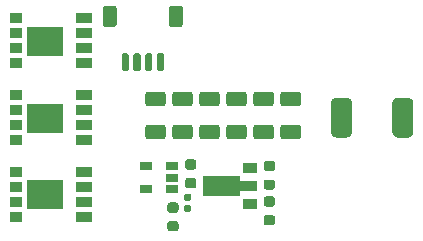
<source format=gbr>
%TF.GenerationSoftware,KiCad,Pcbnew,(5.1.6-0-10_14)*%
%TF.CreationDate,2021-03-14T15:43:45-04:00*%
%TF.ProjectId,F051_ESC,46303531-5f45-4534-932e-6b696361645f,rev?*%
%TF.SameCoordinates,Original*%
%TF.FileFunction,Paste,Top*%
%TF.FilePolarity,Positive*%
%FSLAX46Y46*%
G04 Gerber Fmt 4.6, Leading zero omitted, Abs format (unit mm)*
G04 Created by KiCad (PCBNEW (5.1.6-0-10_14)) date 2021-03-14 15:43:45*
%MOMM*%
%LPD*%
G01*
G04 APERTURE LIST*
%ADD10C,0.010000*%
%ADD11C,0.100000*%
%ADD12R,1.300000X0.900000*%
%ADD13R,1.060000X0.650000*%
%ADD14R,1.050000X0.850000*%
%ADD15R,1.450000X0.850000*%
G04 APERTURE END LIST*
D10*
%TO.C,Q6*%
G36*
X229440000Y-74686000D02*
G01*
X226460000Y-74686000D01*
X226460000Y-72314000D01*
X229440000Y-72314000D01*
X229440000Y-74686000D01*
G37*
X229440000Y-74686000D02*
X226460000Y-74686000D01*
X226460000Y-72314000D01*
X229440000Y-72314000D01*
X229440000Y-74686000D01*
%TO.C,Q4*%
G36*
X229440000Y-81186000D02*
G01*
X226460000Y-81186000D01*
X226460000Y-78814000D01*
X229440000Y-78814000D01*
X229440000Y-81186000D01*
G37*
X229440000Y-81186000D02*
X226460000Y-81186000D01*
X226460000Y-78814000D01*
X229440000Y-78814000D01*
X229440000Y-81186000D01*
%TO.C,Q2*%
G36*
X229440000Y-87686000D02*
G01*
X226460000Y-87686000D01*
X226460000Y-85314000D01*
X229440000Y-85314000D01*
X229440000Y-87686000D01*
G37*
X229440000Y-87686000D02*
X226460000Y-87686000D01*
X226460000Y-85314000D01*
X229440000Y-85314000D01*
X229440000Y-87686000D01*
%TD*%
%TO.C,R1*%
G36*
G01*
X253980000Y-78750000D02*
X253980000Y-81250000D01*
G75*
G02*
X253530000Y-81700000I-450000J0D01*
G01*
X252630000Y-81700000D01*
G75*
G02*
X252180000Y-81250000I0J450000D01*
G01*
X252180000Y-78750000D01*
G75*
G02*
X252630000Y-78300000I450000J0D01*
G01*
X253530000Y-78300000D01*
G75*
G02*
X253980000Y-78750000I0J-450000D01*
G01*
G37*
G36*
G01*
X259180000Y-78750000D02*
X259180000Y-81250000D01*
G75*
G02*
X258730000Y-81700000I-450000J0D01*
G01*
X257830000Y-81700000D01*
G75*
G02*
X257380000Y-81250000I0J450000D01*
G01*
X257380000Y-78750000D01*
G75*
G02*
X257830000Y-78300000I450000J0D01*
G01*
X258730000Y-78300000D01*
G75*
G02*
X259180000Y-78750000I0J-450000D01*
G01*
G37*
%TD*%
%TO.C,J2*%
G36*
G01*
X234070000Y-70784600D02*
X234070000Y-72085400D01*
G75*
G02*
X233820400Y-72335000I-249600J0D01*
G01*
X233119600Y-72335000D01*
G75*
G02*
X232870000Y-72085400I0J249600D01*
G01*
X232870000Y-70784600D01*
G75*
G02*
X233119600Y-70535000I249600J0D01*
G01*
X233820400Y-70535000D01*
G75*
G02*
X234070000Y-70784600I0J-249600D01*
G01*
G37*
G36*
G01*
X239670000Y-70784600D02*
X239670000Y-72085400D01*
G75*
G02*
X239420400Y-72335000I-249600J0D01*
G01*
X238719600Y-72335000D01*
G75*
G02*
X238470000Y-72085400I0J249600D01*
G01*
X238470000Y-70784600D01*
G75*
G02*
X238719600Y-70535000I249600J0D01*
G01*
X239420400Y-70535000D01*
G75*
G02*
X239670000Y-70784600I0J-249600D01*
G01*
G37*
G36*
G01*
X235070000Y-74685000D02*
X235070000Y-75935000D01*
G75*
G02*
X234920000Y-76085000I-150000J0D01*
G01*
X234620000Y-76085000D01*
G75*
G02*
X234470000Y-75935000I0J150000D01*
G01*
X234470000Y-74685000D01*
G75*
G02*
X234620000Y-74535000I150000J0D01*
G01*
X234920000Y-74535000D01*
G75*
G02*
X235070000Y-74685000I0J-150000D01*
G01*
G37*
G36*
G01*
X236070000Y-74685000D02*
X236070000Y-75935000D01*
G75*
G02*
X235920000Y-76085000I-150000J0D01*
G01*
X235620000Y-76085000D01*
G75*
G02*
X235470000Y-75935000I0J150000D01*
G01*
X235470000Y-74685000D01*
G75*
G02*
X235620000Y-74535000I150000J0D01*
G01*
X235920000Y-74535000D01*
G75*
G02*
X236070000Y-74685000I0J-150000D01*
G01*
G37*
G36*
G01*
X237070000Y-74685000D02*
X237070000Y-75935000D01*
G75*
G02*
X236920000Y-76085000I-150000J0D01*
G01*
X236620000Y-76085000D01*
G75*
G02*
X236470000Y-75935000I0J150000D01*
G01*
X236470000Y-74685000D01*
G75*
G02*
X236620000Y-74535000I150000J0D01*
G01*
X236920000Y-74535000D01*
G75*
G02*
X237070000Y-74685000I0J-150000D01*
G01*
G37*
G36*
G01*
X238070000Y-74685000D02*
X238070000Y-75935000D01*
G75*
G02*
X237920000Y-76085000I-150000J0D01*
G01*
X237620000Y-76085000D01*
G75*
G02*
X237470000Y-75935000I0J150000D01*
G01*
X237470000Y-74685000D01*
G75*
G02*
X237620000Y-74535000I150000J0D01*
G01*
X237920000Y-74535000D01*
G75*
G02*
X238070000Y-74685000I0J-150000D01*
G01*
G37*
%TD*%
D11*
%TO.C,U3*%
G36*
X241350000Y-84913500D02*
G01*
X244475000Y-84913500D01*
X244475000Y-85330000D01*
X245950000Y-85330000D01*
X245950000Y-86230000D01*
X244475000Y-86230000D01*
X244475000Y-86646500D01*
X241350000Y-86646500D01*
X241350000Y-84913500D01*
G37*
D12*
X245300000Y-84280000D03*
X245300000Y-87280000D03*
%TD*%
%TO.C,C5*%
G36*
G01*
X247236250Y-87550000D02*
X246723750Y-87550000D01*
G75*
G02*
X246505000Y-87331250I0J218750D01*
G01*
X246505000Y-86893750D01*
G75*
G02*
X246723750Y-86675000I218750J0D01*
G01*
X247236250Y-86675000D01*
G75*
G02*
X247455000Y-86893750I0J-218750D01*
G01*
X247455000Y-87331250D01*
G75*
G02*
X247236250Y-87550000I-218750J0D01*
G01*
G37*
G36*
G01*
X247236250Y-89125000D02*
X246723750Y-89125000D01*
G75*
G02*
X246505000Y-88906250I0J218750D01*
G01*
X246505000Y-88468750D01*
G75*
G02*
X246723750Y-88250000I218750J0D01*
G01*
X247236250Y-88250000D01*
G75*
G02*
X247455000Y-88468750I0J-218750D01*
G01*
X247455000Y-88906250D01*
G75*
G02*
X247236250Y-89125000I-218750J0D01*
G01*
G37*
%TD*%
%TO.C,C4*%
G36*
G01*
X246723750Y-85240000D02*
X247236250Y-85240000D01*
G75*
G02*
X247455000Y-85458750I0J-218750D01*
G01*
X247455000Y-85896250D01*
G75*
G02*
X247236250Y-86115000I-218750J0D01*
G01*
X246723750Y-86115000D01*
G75*
G02*
X246505000Y-85896250I0J218750D01*
G01*
X246505000Y-85458750D01*
G75*
G02*
X246723750Y-85240000I218750J0D01*
G01*
G37*
G36*
G01*
X246723750Y-83665000D02*
X247236250Y-83665000D01*
G75*
G02*
X247455000Y-83883750I0J-218750D01*
G01*
X247455000Y-84321250D01*
G75*
G02*
X247236250Y-84540000I-218750J0D01*
G01*
X246723750Y-84540000D01*
G75*
G02*
X246505000Y-84321250I0J218750D01*
G01*
X246505000Y-83883750D01*
G75*
G02*
X246723750Y-83665000I218750J0D01*
G01*
G37*
%TD*%
D13*
%TO.C,U4*%
X236540000Y-86030000D03*
X236540000Y-84130000D03*
X238740000Y-84130000D03*
X238740000Y-85080000D03*
X238740000Y-86030000D03*
%TD*%
%TO.C,C24*%
G36*
G01*
X238553750Y-88760000D02*
X239066250Y-88760000D01*
G75*
G02*
X239285000Y-88978750I0J-218750D01*
G01*
X239285000Y-89416250D01*
G75*
G02*
X239066250Y-89635000I-218750J0D01*
G01*
X238553750Y-89635000D01*
G75*
G02*
X238335000Y-89416250I0J218750D01*
G01*
X238335000Y-88978750D01*
G75*
G02*
X238553750Y-88760000I218750J0D01*
G01*
G37*
G36*
G01*
X238553750Y-87185000D02*
X239066250Y-87185000D01*
G75*
G02*
X239285000Y-87403750I0J-218750D01*
G01*
X239285000Y-87841250D01*
G75*
G02*
X239066250Y-88060000I-218750J0D01*
G01*
X238553750Y-88060000D01*
G75*
G02*
X238335000Y-87841250I0J218750D01*
G01*
X238335000Y-87403750D01*
G75*
G02*
X238553750Y-87185000I218750J0D01*
G01*
G37*
%TD*%
%TO.C,C23*%
G36*
G01*
X240232500Y-87030000D02*
X239887500Y-87030000D01*
G75*
G02*
X239740000Y-86882500I0J147500D01*
G01*
X239740000Y-86587500D01*
G75*
G02*
X239887500Y-86440000I147500J0D01*
G01*
X240232500Y-86440000D01*
G75*
G02*
X240380000Y-86587500I0J-147500D01*
G01*
X240380000Y-86882500D01*
G75*
G02*
X240232500Y-87030000I-147500J0D01*
G01*
G37*
G36*
G01*
X240232500Y-88000000D02*
X239887500Y-88000000D01*
G75*
G02*
X239740000Y-87852500I0J147500D01*
G01*
X239740000Y-87557500D01*
G75*
G02*
X239887500Y-87410000I147500J0D01*
G01*
X240232500Y-87410000D01*
G75*
G02*
X240380000Y-87557500I0J-147500D01*
G01*
X240380000Y-87852500D01*
G75*
G02*
X240232500Y-88000000I-147500J0D01*
G01*
G37*
%TD*%
%TO.C,C22*%
G36*
G01*
X240063750Y-85110000D02*
X240576250Y-85110000D01*
G75*
G02*
X240795000Y-85328750I0J-218750D01*
G01*
X240795000Y-85766250D01*
G75*
G02*
X240576250Y-85985000I-218750J0D01*
G01*
X240063750Y-85985000D01*
G75*
G02*
X239845000Y-85766250I0J218750D01*
G01*
X239845000Y-85328750D01*
G75*
G02*
X240063750Y-85110000I218750J0D01*
G01*
G37*
G36*
G01*
X240063750Y-83535000D02*
X240576250Y-83535000D01*
G75*
G02*
X240795000Y-83753750I0J-218750D01*
G01*
X240795000Y-84191250D01*
G75*
G02*
X240576250Y-84410000I-218750J0D01*
G01*
X240063750Y-84410000D01*
G75*
G02*
X239845000Y-84191250I0J218750D01*
G01*
X239845000Y-83753750D01*
G75*
G02*
X240063750Y-83535000I218750J0D01*
G01*
G37*
%TD*%
%TO.C,C21*%
G36*
G01*
X249405000Y-79045000D02*
X248155000Y-79045000D01*
G75*
G02*
X247905000Y-78795000I0J250000D01*
G01*
X247905000Y-78045000D01*
G75*
G02*
X248155000Y-77795000I250000J0D01*
G01*
X249405000Y-77795000D01*
G75*
G02*
X249655000Y-78045000I0J-250000D01*
G01*
X249655000Y-78795000D01*
G75*
G02*
X249405000Y-79045000I-250000J0D01*
G01*
G37*
G36*
G01*
X249405000Y-81845000D02*
X248155000Y-81845000D01*
G75*
G02*
X247905000Y-81595000I0J250000D01*
G01*
X247905000Y-80845000D01*
G75*
G02*
X248155000Y-80595000I250000J0D01*
G01*
X249405000Y-80595000D01*
G75*
G02*
X249655000Y-80845000I0J-250000D01*
G01*
X249655000Y-81595000D01*
G75*
G02*
X249405000Y-81845000I-250000J0D01*
G01*
G37*
%TD*%
%TO.C,C20*%
G36*
G01*
X237955000Y-79045000D02*
X236705000Y-79045000D01*
G75*
G02*
X236455000Y-78795000I0J250000D01*
G01*
X236455000Y-78045000D01*
G75*
G02*
X236705000Y-77795000I250000J0D01*
G01*
X237955000Y-77795000D01*
G75*
G02*
X238205000Y-78045000I0J-250000D01*
G01*
X238205000Y-78795000D01*
G75*
G02*
X237955000Y-79045000I-250000J0D01*
G01*
G37*
G36*
G01*
X237955000Y-81845000D02*
X236705000Y-81845000D01*
G75*
G02*
X236455000Y-81595000I0J250000D01*
G01*
X236455000Y-80845000D01*
G75*
G02*
X236705000Y-80595000I250000J0D01*
G01*
X237955000Y-80595000D01*
G75*
G02*
X238205000Y-80845000I0J-250000D01*
G01*
X238205000Y-81595000D01*
G75*
G02*
X237955000Y-81845000I-250000J0D01*
G01*
G37*
%TD*%
%TO.C,C19*%
G36*
G01*
X247115000Y-79045000D02*
X245865000Y-79045000D01*
G75*
G02*
X245615000Y-78795000I0J250000D01*
G01*
X245615000Y-78045000D01*
G75*
G02*
X245865000Y-77795000I250000J0D01*
G01*
X247115000Y-77795000D01*
G75*
G02*
X247365000Y-78045000I0J-250000D01*
G01*
X247365000Y-78795000D01*
G75*
G02*
X247115000Y-79045000I-250000J0D01*
G01*
G37*
G36*
G01*
X247115000Y-81845000D02*
X245865000Y-81845000D01*
G75*
G02*
X245615000Y-81595000I0J250000D01*
G01*
X245615000Y-80845000D01*
G75*
G02*
X245865000Y-80595000I250000J0D01*
G01*
X247115000Y-80595000D01*
G75*
G02*
X247365000Y-80845000I0J-250000D01*
G01*
X247365000Y-81595000D01*
G75*
G02*
X247115000Y-81845000I-250000J0D01*
G01*
G37*
%TD*%
%TO.C,C18*%
G36*
G01*
X240245000Y-79045000D02*
X238995000Y-79045000D01*
G75*
G02*
X238745000Y-78795000I0J250000D01*
G01*
X238745000Y-78045000D01*
G75*
G02*
X238995000Y-77795000I250000J0D01*
G01*
X240245000Y-77795000D01*
G75*
G02*
X240495000Y-78045000I0J-250000D01*
G01*
X240495000Y-78795000D01*
G75*
G02*
X240245000Y-79045000I-250000J0D01*
G01*
G37*
G36*
G01*
X240245000Y-81845000D02*
X238995000Y-81845000D01*
G75*
G02*
X238745000Y-81595000I0J250000D01*
G01*
X238745000Y-80845000D01*
G75*
G02*
X238995000Y-80595000I250000J0D01*
G01*
X240245000Y-80595000D01*
G75*
G02*
X240495000Y-80845000I0J-250000D01*
G01*
X240495000Y-81595000D01*
G75*
G02*
X240245000Y-81845000I-250000J0D01*
G01*
G37*
%TD*%
%TO.C,C17*%
G36*
G01*
X244825000Y-79045000D02*
X243575000Y-79045000D01*
G75*
G02*
X243325000Y-78795000I0J250000D01*
G01*
X243325000Y-78045000D01*
G75*
G02*
X243575000Y-77795000I250000J0D01*
G01*
X244825000Y-77795000D01*
G75*
G02*
X245075000Y-78045000I0J-250000D01*
G01*
X245075000Y-78795000D01*
G75*
G02*
X244825000Y-79045000I-250000J0D01*
G01*
G37*
G36*
G01*
X244825000Y-81845000D02*
X243575000Y-81845000D01*
G75*
G02*
X243325000Y-81595000I0J250000D01*
G01*
X243325000Y-80845000D01*
G75*
G02*
X243575000Y-80595000I250000J0D01*
G01*
X244825000Y-80595000D01*
G75*
G02*
X245075000Y-80845000I0J-250000D01*
G01*
X245075000Y-81595000D01*
G75*
G02*
X244825000Y-81845000I-250000J0D01*
G01*
G37*
%TD*%
%TO.C,C16*%
G36*
G01*
X242535000Y-79045000D02*
X241285000Y-79045000D01*
G75*
G02*
X241035000Y-78795000I0J250000D01*
G01*
X241035000Y-78045000D01*
G75*
G02*
X241285000Y-77795000I250000J0D01*
G01*
X242535000Y-77795000D01*
G75*
G02*
X242785000Y-78045000I0J-250000D01*
G01*
X242785000Y-78795000D01*
G75*
G02*
X242535000Y-79045000I-250000J0D01*
G01*
G37*
G36*
G01*
X242535000Y-81845000D02*
X241285000Y-81845000D01*
G75*
G02*
X241035000Y-81595000I0J250000D01*
G01*
X241035000Y-80845000D01*
G75*
G02*
X241285000Y-80595000I250000J0D01*
G01*
X242535000Y-80595000D01*
G75*
G02*
X242785000Y-80845000I0J-250000D01*
G01*
X242785000Y-81595000D01*
G75*
G02*
X242535000Y-81845000I-250000J0D01*
G01*
G37*
%TD*%
D14*
%TO.C,Q6*%
X225550000Y-75405000D03*
X225550000Y-74135000D03*
X225550000Y-72865000D03*
X225550000Y-71595000D03*
D15*
X231250000Y-71595000D03*
X231250000Y-72865000D03*
X231250000Y-74135000D03*
X231250000Y-75405000D03*
%TD*%
D14*
%TO.C,Q4*%
X225550000Y-81905000D03*
X225550000Y-80635000D03*
X225550000Y-79365000D03*
X225550000Y-78095000D03*
D15*
X231250000Y-78095000D03*
X231250000Y-79365000D03*
X231250000Y-80635000D03*
X231250000Y-81905000D03*
%TD*%
D14*
%TO.C,Q2*%
X225550000Y-88405000D03*
X225550000Y-87135000D03*
X225550000Y-85865000D03*
X225550000Y-84595000D03*
D15*
X231250000Y-84595000D03*
X231250000Y-85865000D03*
X231250000Y-87135000D03*
X231250000Y-88405000D03*
%TD*%
M02*

</source>
